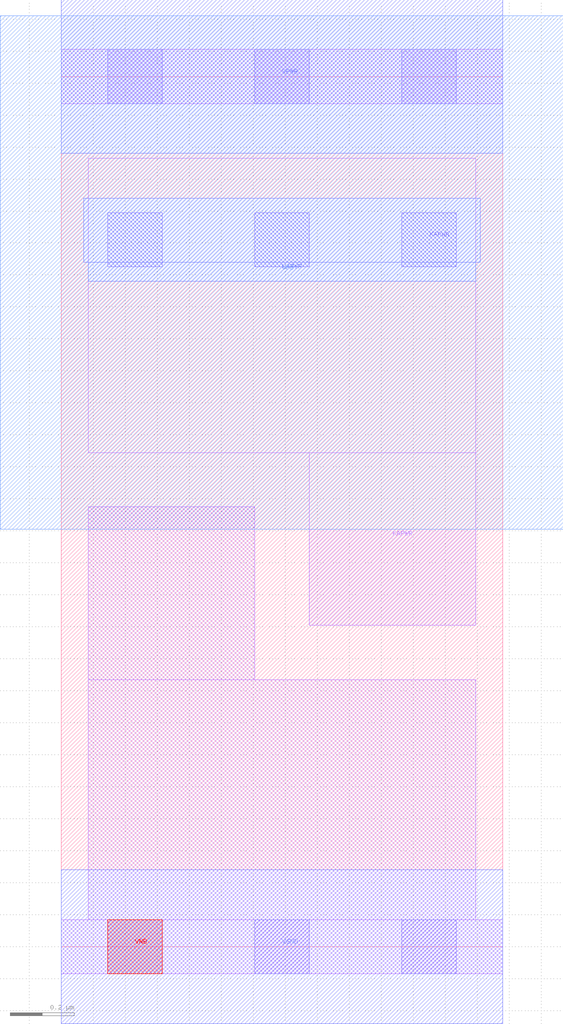
<source format=lef>
# Copyright 2020 The SkyWater PDK Authors
#
# Licensed under the Apache License, Version 2.0 (the "License");
# you may not use this file except in compliance with the License.
# You may obtain a copy of the License at
#
#     https://www.apache.org/licenses/LICENSE-2.0
#
# Unless required by applicable law or agreed to in writing, software
# distributed under the License is distributed on an "AS IS" BASIS,
# WITHOUT WARRANTIES OR CONDITIONS OF ANY KIND, either express or implied.
# See the License for the specific language governing permissions and
# limitations under the License.
#
# SPDX-License-Identifier: Apache-2.0

VERSION 5.7 ;
  NOWIREEXTENSIONATPIN ON ;
  DIVIDERCHAR "/" ;
  BUSBITCHARS "[]" ;
MACRO sky130_fd_sc_hd__lpflow_decapkapwr_3
  CLASS CORE ;
  FOREIGN sky130_fd_sc_hd__lpflow_decapkapwr_3 ;
  ORIGIN  0.000000  0.000000 ;
  SIZE  1.380000 BY  2.720000 ;
  SYMMETRY X Y R90 ;
  SITE unithd ;
  PIN VNB
    PORT
      LAYER pwell ;
        RECT 0.145000 -0.085000 0.315000 0.085000 ;
    END
  END VNB
  PIN VPB
    PORT
      LAYER nwell ;
        RECT -0.190000 1.305000 1.570000 2.910000 ;
    END
  END VPB
  PIN KAPWR
    DIRECTION INOUT ;
    SHAPE ABUTMENT ;
    USE POWER ;
    PORT
      LAYER li1 ;
        RECT 0.085000 1.545000 1.295000 2.465000 ;
        RECT 0.775000 1.005000 1.295000 1.545000 ;
      LAYER mcon ;
        RECT 0.145000 2.125000 0.315000 2.295000 ;
        RECT 0.605000 2.125000 0.775000 2.295000 ;
        RECT 1.065000 2.125000 1.235000 2.295000 ;
    END
    PORT
      LAYER met1 ;
        RECT 0.070000 2.140000 1.310000 2.340000 ;
        RECT 0.085000 2.080000 1.295000 2.140000 ;
    END
  END KAPWR
  PIN VGND
    DIRECTION INOUT ;
    SHAPE ABUTMENT ;
    USE GROUND ;
    PORT
      LAYER met1 ;
        RECT 0.000000 -0.240000 1.380000 0.240000 ;
    END
  END VGND
  PIN VPWR
    DIRECTION INOUT ;
    SHAPE ABUTMENT ;
    USE POWER ;
    PORT
      LAYER met1 ;
        RECT 0.000000 2.480000 1.380000 2.960000 ;
    END
  END VPWR
  OBS
    LAYER li1 ;
      RECT 0.000000 -0.085000 1.380000 0.085000 ;
      RECT 0.000000  2.635000 1.380000 2.805000 ;
      RECT 0.085000  0.085000 1.295000 0.835000 ;
      RECT 0.085000  0.835000 0.605000 1.375000 ;
    LAYER mcon ;
      RECT 0.145000 -0.085000 0.315000 0.085000 ;
      RECT 0.145000  2.635000 0.315000 2.805000 ;
      RECT 0.605000 -0.085000 0.775000 0.085000 ;
      RECT 0.605000  2.635000 0.775000 2.805000 ;
      RECT 1.065000 -0.085000 1.235000 0.085000 ;
      RECT 1.065000  2.635000 1.235000 2.805000 ;
  END
END sky130_fd_sc_hd__lpflow_decapkapwr_3
END LIBRARY

</source>
